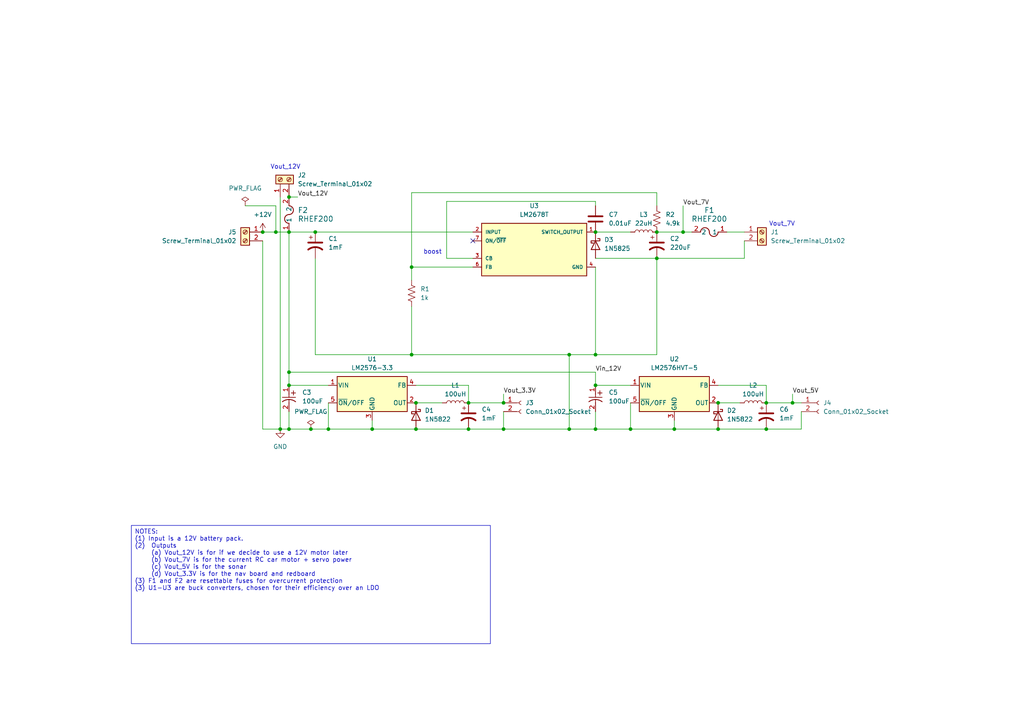
<source format=kicad_sch>
(kicad_sch (version 20231120) (generator "eeschema") (generator_version "8.0")
  (paper "A4")
  (title_block (title "Team 11 PDU") (date "2024-10-24") (rev "0.1"))
  (lib_symbols
    (symbol "2024-10-27_12-41-39:UHE1H221MPD" (pin_names (offset 0.254))
      (property "Reference" "C" (at 3.81 3.81 0))
      (property "Value" "UHE1H221MPD" (at 3.81 -3.81 0))
      (symbol "UHE1H221MPD_1_1"
        (polyline (pts (xy 1.5748 1.27) (xy 2.8448 1.27)) (stroke (width 0.2032)))
        (polyline (pts (xy 2.2098 0.635) (xy 2.2098 1.905)) (stroke (width 0.2032)))
        (polyline (pts (xy 2.54 0) (xy 3.4798 0)) (stroke (width 0.2032)))
        (polyline (pts (xy 3.4798 -1.905) (xy 3.4798 1.905)) (stroke (width 0.2032)))
        (polyline (pts (xy 4.1148 0) (xy 5.08 0)) (stroke (width 0.2032)))
        (arc (start 4.7541 1.9108) (mid 4.1148 0) (end 4.7541 -1.9108) (stroke (width 0.254)))
        (pin unspecified line (at 0 0 0) (length 2.54) (name "") (number "1"))
        (pin unspecified line (at 7.62 0 180) (length 2.54) (name "") (number "2"))
      )
      (symbol "UHE1H221MPD_1_2"
        (polyline (pts (xy -1.905 -3.4798) (xy 1.905 -3.4798)) (stroke (width 0.2032)))
        (polyline (pts (xy 0 -4.1148) (xy 0 -5.08)) (stroke (width 0.2032)))
        (polyline (pts (xy 0 -2.54) (xy 0 -3.4798)) (stroke (width 0.2032)))
        (polyline (pts (xy 0.635 -2.2098) (xy 1.905 -2.2098)) (stroke (width 0.2032)))
        (polyline (pts (xy 1.27 -1.5748) (xy 1.27 -2.8448)) (stroke (width 0.2032)))
        (arc (start 1.9108 -4.7541) (mid 0 -4.1148) (end -1.9108 -4.7541) (stroke (width 0.254)))
        (pin unspecified line (at 0 -7.62 90) (length 2.54) (name "") (number "1"))
        (pin unspecified line (at 0 0 270) (length 2.54) (name "") (number "2"))
      )
    )
    (symbol "Connector:Conn_01x02_Socket" (pin_names (offset 1.016) hide)
      (property "Reference" "J" (at 0 2.54 0))
      (property "Value" "Conn_01x02_Socket" (at 0 -5.08 0))
      (symbol "Conn_01x02_Socket_1_1"
        (arc (start 0 -2.032) (mid -0.5058 -2.54) (end 0 -3.048) (stroke (width 0.1524)))
        (polyline (pts (xy -1.27 -2.54) (xy -0.508 -2.54)) (stroke (width 0.1524)))
        (polyline (pts (xy -1.27 0) (xy -0.508 0)) (stroke (width 0.1524)))
        (arc (start 0 0.508) (mid -0.5058 0) (end 0 -0.508) (stroke (width 0.1524)))
        (pin passive line (at -5.08 0 0) (length 3.81) (name "Pin_1") (number "1"))
        (pin passive line (at -5.08 -2.54 0) (length 3.81) (name "Pin_2") (number "2"))
      )
    )
    (symbol "Connector:Screw_Terminal_01x02" (pin_names (offset 1.016) hide)
      (property "Reference" "J" (at 0 2.54 0))
      (property "Value" "Screw_Terminal_01x02" (at 0 -5.08 0))
      (symbol "Screw_Terminal_01x02_1_1"
        (rectangle (start -1.27 1.27) (end 1.27 -3.81) (stroke (width 0.254)) (fill (type background)))
        (circle (center 0 -2.54) (radius 0.635) (stroke (width 0.1524)))
        (polyline (pts (xy -0.5334 -2.2098) (xy 0.3302 -3.048)) (stroke (width 0.1524)))
        (polyline (pts (xy -0.5334 0.3302) (xy 0.3302 -0.508)) (stroke (width 0.1524)))
        (polyline (pts (xy -0.3556 -2.032) (xy 0.508 -2.8702)) (stroke (width 0.1524)))
        (polyline (pts (xy -0.3556 0.508) (xy 0.508 -0.3302)) (stroke (width 0.1524)))
        (circle (center 0 0) (radius 0.635) (stroke (width 0.1524)))
        (pin passive line (at -5.08 0 0) (length 3.81) (name "Pin_1") (number "1"))
        (pin passive line (at -5.08 -2.54 0) (length 3.81) (name "Pin_2") (number "2"))
      )
    )
    (symbol "Device:C" (pin_numbers hide) (pin_names (offset 0.254))
      (property "Reference" "C" (at 0.635 2.54 0))
      (property "Value" "C" (at 0.635 -2.54 0))
      (symbol "C_0_1"
        (polyline (pts (xy -2.032 -0.762) (xy 2.032 -0.762)) (stroke (width 0.508)))
        (polyline (pts (xy -2.032 0.762) (xy 2.032 0.762)) (stroke (width 0.508)))
      )
      (symbol "C_1_1"
        (pin passive line (at 0 3.81 270) (length 2.794) (name "~") (number "1"))
        (pin passive line (at 0 -3.81 90) (length 2.794) (name "~") (number "2"))
      )
    )
    (symbol "Device:C_Polarized_US" (pin_numbers hide) (pin_names (offset 0.254) hide)
      (property "Reference" "C" (at 0.635 2.54 0))
      (property "Value" "C_Polarized_US" (at 0.635 -2.54 0))
      (symbol "C_Polarized_US_0_1"
        (polyline (pts (xy -2.032 0.762) (xy 2.032 0.762)) (stroke (width 0.508)))
        (polyline (pts (xy -1.778 2.286) (xy -0.762 2.286)))
        (polyline (pts (xy -1.27 1.778) (xy -1.27 2.794)))
        (arc (start 2.032 -1.27) (mid 0 -0.5572) (end -2.032 -1.27) (stroke (width 0.508)))
      )
      (symbol "C_Polarized_US_1_1"
        (pin passive line (at 0 3.81 270) (length 2.794) (name "~") (number "1"))
        (pin passive line (at 0 -3.81 90) (length 3.302) (name "~") (number "2"))
      )
    )
    (symbol "Device:L" (pin_numbers hide) (pin_names (offset 1.016) hide)
      (property "Reference" "L" (at -1.27 0 90))
      (property "Value" "L" (at 1.905 0 90))
      (symbol "L_0_1"
        (arc (start 0 -2.54) (mid 0.6323 -1.905) (end 0 -1.27))
        (arc (start 0 -1.27) (mid 0.6323 -0.635) (end 0 0))
        (arc (start 0 0) (mid 0.6323 0.635) (end 0 1.27))
        (arc (start 0 1.27) (mid 0.6323 1.905) (end 0 2.54))
      )
      (symbol "L_1_1"
        (pin passive line (at 0 3.81 270) (length 1.27) (name "1") (number "1"))
        (pin passive line (at 0 -3.81 90) (length 1.27) (name "2") (number "2"))
      )
    )
    (symbol "Device:R_US" (pin_numbers hide) (pin_names (offset 0))
      (property "Reference" "R" (at 2.54 0 90))
      (property "Value" "R_US" (at -2.54 0 90))
      (symbol "R_US_0_1"
        (polyline (pts (xy 0 -2.286) (xy 0 -2.54)))
        (polyline (pts (xy 0 2.286) (xy 0 2.54)))
        (polyline (pts (xy 0 -0.762) (xy 1.016 -1.143) (xy 0 -1.524) (xy -1.016 -1.905) (xy 0 -2.286)))
        (polyline (pts (xy 0 0.762) (xy 1.016 0.381) (xy 0 0) (xy -1.016 -0.381) (xy 0 -0.762)))
        (polyline (pts (xy 0 2.286) (xy 1.016 1.905) (xy 0 1.524) (xy -1.016 1.143) (xy 0 0.762)))
      )
      (symbol "R_US_1_1"
        (pin passive line (at 0 3.81 270) (length 1.27) (name "~") (number "1"))
        (pin passive line (at 0 -3.81 90) (length 1.27) (name "~") (number "2"))
      )
    )
    (symbol "Diode:1N5822" (pin_numbers hide) (pin_names (offset 1.016) hide)
      (property "Reference" "D" (at 0 2.54 0))
      (property "Value" "1N5822" (at 0 -2.54 0))
      (symbol "1N5822_0_1"
        (polyline (pts (xy 1.27 0) (xy -1.27 0)))
        (polyline (pts (xy 1.27 1.27) (xy 1.27 -1.27) (xy -1.27 0) (xy 1.27 1.27)) (stroke (width 0.254)))
        (polyline (pts (xy -1.905 0.635) (xy -1.905 1.27) (xy -1.27 1.27) (xy -1.27 -1.27) (xy -0.635 -1.27) (xy -0.635 -0.635)) (stroke (width 0.254)))
      )
      (symbol "1N5822_1_1"
        (pin passive line (at -3.81 0 0) (length 2.54) (name "K") (number "1"))
        (pin passive line (at 3.81 0 180) (length 2.54) (name "A") (number "2"))
      )
    )
    (symbol "LM2678b:LM2678T-ADJ_NOPB" (pin_names (offset 1.016))
      (property "Reference" "U" (at -15.3073 7.6536 0))
      (property "Value" "LM2678T-ADJ_NOPB" (at -15.2977 -10.1985 0))
      (symbol "LM2678T-ADJ_NOPB_0_0"
        (rectangle (start -15.24 -7.62) (end 15.24 7.62) (stroke (width 0.254)) (fill (type background)))
        (pin output line (at 17.78 5.08 180) (length 2.54) (name "SWITCH_OUTPUT") (number "1"))
        (pin input line (at -17.78 5.08 0) (length 2.54) (name "INPUT") (number "2"))
        (pin input line (at -17.78 -2.54 0) (length 2.54) (name "CB") (number "3"))
        (pin power_in line (at 17.78 -5.08 180) (length 2.54) (name "GND") (number "4"))
        (pin input line (at -17.78 -5.08 0) (length 2.54) (name "FB") (number "6"))
        (pin input line (at -17.78 2.54 0) (length 2.54) (name "ON/~{OFF}") (number "7"))
      )
    )
    (symbol "RHEFXXX:RHEF100" (pin_names (offset 0.254))
      (property "Reference" "F" (at 5.08 3.175 0))
      (property "Value" "RHEF100" (at 5.08 -3.175 0))
      (symbol "RHEF100_1_1"
        (arc (start 5.08 0) (mid 3.81 1.2645) (end 2.54 0) (stroke (width 0.254)))
        (arc (start 5.08 0) (mid 6.35 -1.2645) (end 7.62 0) (stroke (width 0.254)))
        (pin unspecified line (at 0 0 0) (length 2.54) (name "1") (number "1"))
        (pin unspecified line (at 10.16 0 180) (length 2.54) (name "2") (number "2"))
      )
      (symbol "RHEF100_1_2"
        (arc (start 0 5.08) (mid -1.2645 3.81) (end 0 2.54) (stroke (width 0.254)))
        (arc (start 0 5.08) (mid 1.2645 6.35) (end 0 7.62) (stroke (width 0.254)))
        (pin unspecified line (at 0 0 90) (length 2.54) (name "1") (number "1"))
        (pin unspecified line (at 0 10.16 270) (length 2.54) (name "2") (number "2"))
      )
    )
    (symbol "Regulator_Switching:GL2576-3.3TB5T" (pin_names (offset 0.254))
      (property "Reference" "U" (at -10.16 6.35 0))
      (property "Value" "GL2576-3.3TB5T" (at 0 6.35 0))
      (symbol "GL2576-3.3TB5T_0_1"
        (rectangle (start -10.16 5.08) (end 10.16 -5.08) (stroke (width 0.254)) (fill (type background)))
      )
      (symbol "GL2576-3.3TB5T_1_1"
        (pin power_in line (at -12.7 2.54 0) (length 2.54) (name "VIN") (number "1"))
        (pin output line (at 12.7 -2.54 180) (length 2.54) (name "OUT") (number "2"))
        (pin power_in line (at 0 -7.62 90) (length 2.54) (name "GND") (number "3"))
        (pin input line (at 12.7 2.54 180) (length 2.54) (name "FB") (number "4"))
        (pin input line (at -12.7 -2.54 0) (length 2.54) (name "~{ON}/OFF") (number "5"))
      )
    )
    (symbol "Regulator_Switching:LM2576HVT-5" (pin_names (offset 0.254))
      (property "Reference" "U" (at -10.16 6.35 0))
      (property "Value" "LM2576HVT-5" (at 0 6.35 0))
      (symbol "LM2576HVT-5_0_1"
        (rectangle (start -10.16 5.08) (end 10.16 -5.08) (stroke (width 0.254)) (fill (type background)))
      )
      (symbol "LM2576HVT-5_1_1"
        (pin power_in line (at -12.7 2.54 0) (length 2.54) (name "VIN") (number "1"))
        (pin output line (at 12.7 -2.54 180) (length 2.54) (name "OUT") (number "2"))
        (pin power_in line (at 0 -7.62 90) (length 2.54) (name "GND") (number "3"))
        (pin input line (at 12.7 2.54 180) (length 2.54) (name "FB") (number "4"))
        (pin input line (at -12.7 -2.54 0) (length 2.54) (name "~{ON}/OFF") (number "5"))
      )
    )
    (symbol "power:+12V" (power) (pin_numbers hide) (pin_names (offset 0) hide)
      (property "Value" "+12V" (at 0 3.556 0))
      (symbol "+12V_0_1"
        (polyline (pts (xy -0.762 1.27) (xy 0 2.54)))
        (polyline (pts (xy 0 0) (xy 0 2.54)))
        (polyline (pts (xy 0 2.54) (xy 0.762 1.27)))
      )
      (symbol "+12V_1_1"
        (pin power_in line (at 0 0 90) (length 0) (name "~") (number "1"))
      )
    )
    (symbol "power:GND" (power) (pin_numbers hide) (pin_names (offset 0) hide)
      (property "Value" "GND" (at 0 -3.81 0))
      (symbol "GND_0_1"
        (polyline (pts (xy 0 0) (xy 0 -1.27) (xy 1.27 -1.27) (xy 0 -2.54) (xy -1.27 -1.27) (xy 0 -1.27)))
      )
      (symbol "GND_1_1"
        (pin power_in line (at 0 0 270) (length 0) (name "~") (number "1"))
      )
    )
    (symbol "power:PWR_FLAG" (power) (pin_numbers hide) (pin_names (offset 0) hide)
      (property "Value" "PWR_FLAG" (at 0 3.81 0))
      (symbol "PWR_FLAG_0_0"
        (pin power_out line (at 0 0 90) (length 0) (name "~") (number "1"))
      )
      (symbol "PWR_FLAG_0_1"
        (polyline (pts (xy 0 0) (xy 0 1.27) (xy -1.016 1.905) (xy 0 2.54) (xy 1.016 1.905) (xy 0 1.27)))
      )
    )
  )
  (junction (at 95.25 124.46))
  (junction (at 172.72 124.46))
  (junction (at 119.38 77.47))
  (junction (at 91.44 67.31))
  (junction (at 165.1 102.87))
  (junction (at 182.88 124.46))
  (junction (at 190.5 67.31))
  (junction (at 208.28 124.46))
  (junction (at 172.72 102.87))
  (junction (at 80.01 67.31))
  (junction (at 195.58 124.46))
  (junction (at 135.89 124.46))
  (junction (at 83.82 111.76))
  (junction (at 146.05 124.46))
  (junction (at 120.65 116.84))
  (junction (at 83.82 57.15))
  (junction (at 146.05 116.84))
  (junction (at 198.12 67.31))
  (junction (at 222.25 124.46))
  (junction (at 90.17 124.46))
  (junction (at 208.28 116.84))
  (junction (at 222.25 116.84))
  (junction (at 76.2 67.31))
  (junction (at 165.1 124.46))
  (junction (at 190.5 74.93))
  (junction (at 107.95 124.46))
  (junction (at 120.65 124.46))
  (junction (at 135.89 116.84))
  (junction (at 172.72 111.76))
  (junction (at 229.87 116.84))
  (junction (at 119.38 102.87))
  (junction (at 81.28 124.46))
  (junction (at 83.82 124.46))
  (junction (at 83.82 107.95))
  (junction (at 172.72 67.31))
  (junction (at 83.82 67.31))
  (no_connect (at 137.16 69.85))
  (wire (pts (xy 91.44 102.87) (xy 119.38 102.87)))
  (wire (pts (xy 232.41 119.38) (xy 232.41 124.46)))
  (wire (pts (xy 83.82 111.76) (xy 95.25 111.76)))
  (wire (pts (xy 129.54 74.93) (xy 137.16 74.93)))
  (wire (pts (xy 229.87 116.84) (xy 232.41 116.84)))
  (wire (pts (xy 146.05 116.84) (xy 135.89 116.84)))
  (wire (pts (xy 198.12 59.69) (xy 198.12 67.31)))
  (wire (pts (xy 80.01 59.69) (xy 80.01 67.31)))
  (wire (pts (xy 182.88 116.84) (xy 182.88 124.46)))
  (wire (pts (xy 83.82 124.46) (xy 90.17 124.46)))
  (wire (pts (xy 190.5 74.93) (xy 190.5 102.87)))
  (wire (pts (xy 172.72 58.42) (xy 172.72 59.69)))
  (wire (pts (xy 135.89 116.84) (xy 135.89 111.76)))
  (wire (pts (xy 190.5 67.31) (xy 198.12 67.31)))
  (wire (pts (xy 172.72 111.76) (xy 172.72 107.95)))
  (wire (pts (xy 198.12 67.31) (xy 200.66 67.31)))
  (wire (pts (xy 83.82 67.31) (xy 91.44 67.31)))
  (wire (pts (xy 190.5 55.88) (xy 119.38 55.88)))
  (wire (pts (xy 229.87 116.84) (xy 222.25 116.84)))
  (wire (pts (xy 76.2 124.46) (xy 81.28 124.46)))
  (wire (pts (xy 80.01 67.31) (xy 83.82 67.31)))
  (wire (pts (xy 190.5 74.93) (xy 215.9 74.93)))
  (wire (pts (xy 119.38 102.87) (xy 165.1 102.87)))
  (wire (pts (xy 95.25 116.84) (xy 95.25 124.46)))
  (wire (pts (xy 81.28 124.46) (xy 83.82 124.46)))
  (wire (pts (xy 91.44 67.31) (xy 137.16 67.31)))
  (wire (pts (xy 165.1 102.87) (xy 172.72 102.87)))
  (wire (pts (xy 172.72 74.93) (xy 190.5 74.93)))
  (wire (pts (xy 146.05 119.38) (xy 146.05 124.46)))
  (wire (pts (xy 195.58 124.46) (xy 208.28 124.46)))
  (wire (pts (xy 76.2 67.31) (xy 80.01 67.31)))
  (wire (pts (xy 229.87 114.3) (xy 229.87 116.84)))
  (wire (pts (xy 128.27 116.84) (xy 120.65 116.84)))
  (wire (pts (xy 208.28 116.84) (xy 214.63 116.84)))
  (wire (pts (xy 172.72 124.46) (xy 182.88 124.46)))
  (wire (pts (xy 208.28 124.46) (xy 222.25 124.46)))
  (wire (pts (xy 76.2 69.85) (xy 76.2 124.46)))
  (wire (pts (xy 172.72 107.95) (xy 83.82 107.95)))
  (wire (pts (xy 172.72 77.47) (xy 172.72 102.87)))
  (wire (pts (xy 146.05 124.46) (xy 165.1 124.46)))
  (wire (pts (xy 86.36 57.15) (xy 83.82 57.15)))
  (wire (pts (xy 172.72 119.38) (xy 172.72 124.46)))
  (wire (pts (xy 83.82 67.31) (xy 83.82 107.95)))
  (wire (pts (xy 208.28 111.76) (xy 222.25 111.76)))
  (wire (pts (xy 172.72 67.31) (xy 182.88 67.31)))
  (wire (pts (xy 95.25 124.46) (xy 107.95 124.46)))
  (wire (pts (xy 83.82 107.95) (xy 83.82 111.76)))
  (wire (pts (xy 190.5 59.69) (xy 190.5 55.88)))
  (wire (pts (xy 119.38 88.9) (xy 119.38 102.87)))
  (wire (pts (xy 146.05 114.3) (xy 146.05 116.84)))
  (wire (pts (xy 107.95 121.92) (xy 107.95 124.46)))
  (wire (pts (xy 120.65 124.46) (xy 135.89 124.46)))
  (wire (pts (xy 165.1 102.87) (xy 165.1 124.46)))
  (wire (pts (xy 83.82 119.38) (xy 83.82 124.46)))
  (wire (pts (xy 182.88 124.46) (xy 195.58 124.46)))
  (wire (pts (xy 129.54 58.42) (xy 172.72 58.42)))
  (wire (pts (xy 119.38 77.47) (xy 137.16 77.47)))
  (wire (pts (xy 215.9 69.85) (xy 215.9 74.93)))
  (wire (pts (xy 222.25 124.46) (xy 232.41 124.46)))
  (wire (pts (xy 165.1 124.46) (xy 172.72 124.46)))
  (wire (pts (xy 172.72 111.76) (xy 182.88 111.76)))
  (wire (pts (xy 90.17 124.46) (xy 95.25 124.46)))
  (wire (pts (xy 107.95 124.46) (xy 120.65 124.46)))
  (wire (pts (xy 172.72 102.87) (xy 190.5 102.87)))
  (wire (pts (xy 135.89 111.76) (xy 120.65 111.76)))
  (wire (pts (xy 81.28 57.15) (xy 81.28 124.46)))
  (wire (pts (xy 71.12 59.69) (xy 80.01 59.69)))
  (wire (pts (xy 91.44 74.93) (xy 91.44 102.87)))
  (wire (pts (xy 135.89 124.46) (xy 146.05 124.46)))
  (wire (pts (xy 215.9 67.31) (xy 210.82 67.31)))
  (wire (pts (xy 222.25 111.76) (xy 222.25 116.84)))
  (wire (pts (xy 195.58 124.46) (xy 195.58 121.92)))
  (wire (pts (xy 129.54 74.93) (xy 129.54 58.42)))
  (wire (pts (xy 119.38 77.47) (xy 119.38 81.28)))
  (wire (pts (xy 119.38 55.88) (xy 119.38 77.47)))
  (text_box "NOTES:\n(1) Input is a 12V battery pack.\n(2)	Outputs\n	(a) Vout_12V is for if we decide to use a 12V motor later\n	(b) Vout_7V is for the current RC car motor + servo power\n	(c) Vout_5V is for the sonar\n	(d) Vout_3.3V is for the nav board and redboard\n(3) F1 and F2 are resettable fuses for overcurrent protection\n(3) U1-U3 are buck converters, chosen for their efficiency over an LDO" (at 38.1 152.4 0) (size 104.14 34.29) (effects (font (size 1.27 1.27)) (justify left top)))
  (text "Vout_12V" (at 82.804 48.514 0) (effects (font (size 1.27 1.27))))
  (text "boost" (at 125.476 73.152 0) (effects (font (size 1.27 1.27))))
  (text "Vout_7V" (at 226.822 65.024 0) (effects (font (size 1.27 1.27))))
  (label "Vout_7V" (at 198.12 59.69 0))
  (label "Vout_3.3V" (at 146.05 114.3 0))
  (label "Vin_12V" (at 172.72 107.95 0))
  (label "Vout_12V" (at 86.36 57.15 0))
  (label "Vout_5V" (at 229.87 114.3 0))
  (symbol (lib_id "Connector:Screw_Terminal_01x02") (at 81.28 52.07 90) (unit 1)
    (property "Reference" "J2" (at 86.36 50.7999 90) (effects (justify right)))
    (property "Value" "Screw_Terminal_01x02" (at 86.36 53.3399 90) (effects (justify right)))
    (property "Footprint" "_footprints:CUI_TB002-500-02BE" (effects (hide yes)))
    (property "Description" "Generic screw terminal, single row, 01x02, script generated (kicad-library-utils/schlib/autogen/connector/)" (effects (hide yes)))
  )
  (symbol (lib_id "Device:L") (at 186.69 67.31 90) (unit 1)
    (property "Reference" "L3" (at 186.69 62.23 90))
    (property "Value" "22uH" (at 186.69 64.77 90))
    (property "Footprint" "_footprints:1422311C_MUR" (effects (hide yes)))
    (property "Description" "Inductor" (effects (hide yes)))
  )
  (symbol (lib_id "Diode:1N5822") (at 208.28 120.65 270) (unit 1)
    (property "Reference" "D2" (at 210.82 119.0624 90) (effects (justify left)))
    (property "Value" "1N5822" (at 210.82 121.6024 90) (effects (justify left)))
    (property "Footprint" "Diode_THT:D_DO-201AD_P12.70mm_Horizontal" (effects (hide yes)))
    (property "Datasheet" "http://www.vishay.com/docs/88526/1n5820.pdf" (effects (hide yes)))
    (property "Description" "40V 3A Schottky Barrier Rectifier Diode, DO-201AD" (effects (hide yes)))
  )
  (symbol (lib_id "Device:L") (at 132.08 116.84 90) (unit 1)
    (property "Reference" "L1" (at 132.08 111.76 90))
    (property "Value" "100uH" (at 132.08 114.3 90))
    (property "Footprint" "_footprints:1410454C_MUR" (effects (hide yes)))
    (property "Description" "Inductor" (effects (hide yes)))
  )
  (symbol (lib_id "Connector:Conn_01x02_Socket") (at 237.49 116.84 0) (unit 1)
    (property "Reference" "J4" (at 238.76 116.8399 0) (effects (justify left)))
    (property "Value" "Conn_01x02_Socket" (at 238.76 119.3799 0) (effects (justify left)))
    (property "Footprint" "_footprints:CONN_PPPC021_SUL" (effects (hide yes)))
    (property "Description" "Generic connector, single row, 01x02, script generated" (effects (hide yes)))
  )
  (symbol (lib_id "2024-10-27_12-41-39:UHE1H221MPD") (at 172.72 111.76 270) (unit 1)
    (property "Reference" "C5" (at 176.53 113.8173 90) (effects (justify left)))
    (property "Value" "100uF" (at 176.53 116.3573 90) (effects (justify left)))
    (property "Footprint" "PCAP_10x16-THRU-ELECT_NCA" (effects (hide yes)))
    (property "Datasheet" "UHE1H221MPD" (effects (hide yes)))
    (property "Description" "Polarized capacitor, US symbol" (effects (hide yes)))
  )
  (symbol (lib_id "Connector:Conn_01x02_Socket") (at 151.13 116.84 0) (unit 1)
    (property "Reference" "J3" (at 152.4 116.8399 0) (effects (justify left)))
    (property "Value" "Conn_01x02_Socket" (at 152.4 119.3799 0) (effects (justify left)))
    (property "Footprint" "_footprints:CONN_PPPC021_SUL" (effects (hide yes)))
    (property "Description" "Generic connector, single row, 01x02, script generated" (effects (hide yes)))
  )
  (symbol (lib_id "Diode:1N5822") (at 172.72 71.12 270) (unit 1)
    (property "Reference" "D3" (at 175.26 69.5324 90) (effects (justify left)))
    (property "Value" "1N5825" (at 175.26 72.0724 90) (effects (justify left)))
    (property "Footprint" "Diode_THT:D_DO-201AD_P12.70mm_Horizontal" (effects (hide yes)))
    (property "Datasheet" "http://www.vishay.com/docs/88526/1n5820.pdf" (effects (hide yes)))
    (property "Description" "40V 3A Schottky Barrier Rectifier Diode, DO-201AD" (effects (hide yes)))
  )
  (symbol (lib_id "Connector:Screw_Terminal_01x02") (at 71.12 67.31 0) (mirror y) (unit 1)
    (property "Reference" "J5" (at 68.58 67.3099 0) (effects (justify left)))
    (property "Value" "Screw_Terminal_01x02" (at 68.58 69.8499 0) (effects (justify left)))
    (property "Footprint" "_footprints:CUI_TB002-500-02BE" (effects (hide yes)))
    (property "Description" "Generic screw terminal, single row, 01x02, script generated (kicad-library-utils/schlib/autogen/connector/)" (effects (hide yes)))
  )
  (symbol (lib_id "Regulator_Switching:LM2576HVT-5") (at 195.58 114.3 0) (unit 1)
    (property "Reference" "U2" (at 195.58 104.14 0))
    (property "Value" "LM2576HVT-5" (at 195.58 106.68 0))
    (property "Footprint" "_footprints:T05A_TEX" (effects (hide yes)))
    (property "Datasheet" "http://www.ti.com/lit/ds/symlink/lm2576.pdf" (effects (hide yes)))
    (property "Description" "5V, 3A SIMPLE SWITCHER® Step-Down Voltage Regulator, High Voltage Input, TO-220-5" (effects (hide yes)))
  )
  (symbol (lib_id "RHEFXXX:RHEF100") (at 83.82 67.31 90) (unit 1)
    (property "Reference" "F2" (at 86.36 60.9599 90) (effects (font (size 1.524 1.524)) (justify right)))
    (property "Value" "RHEF200" (at 86.36 63.4999 90) (effects (font (size 1.524 1.524)) (justify right)))
    (property "Footprint" "_footprints:FUS_RHEF100_TYCO_TYC" (effects (hide yes)))
    (property "Datasheet" "RHEF100" (effects (hide yes)))
  )
  (symbol (lib_id "Connector:Screw_Terminal_01x02") (at 220.98 67.31 0) (unit 1)
    (property "Reference" "J1" (at 223.52 67.3099 0) (effects (justify left)))
    (property "Value" "Screw_Terminal_01x02" (at 223.52 69.8499 0) (effects (justify left)))
    (property "Footprint" "_footprints:CUI_TB002-500-02BE" (effects (hide yes)))
    (property "Description" "Generic screw terminal, single row, 01x02, script generated (kicad-library-utils/schlib/autogen/connector/)" (effects (hide yes)))
  )
  (symbol (lib_id "power:GND") (at 81.28 124.46 0) (unit 1)
    (property "Reference" "#PWR02" (effects (hide yes)))
    (property "Value" "GND" (at 81.28 129.54 0))
    (property "Description" "Power symbol creates a global label with name \"GND\" , ground" (effects (hide yes)))
  )
  (symbol (lib_id "power:+12V") (at 76.2 67.31 0) (unit 1)
    (property "Reference" "#PWR01" (effects (hide yes)))
    (property "Value" "+12V" (at 76.2 62.23 0))
    (property "Description" "Power symbol creates a global label with name \"+12V\"" (effects (hide yes)))
  )
  (symbol (lib_id "Device:C_Polarized_US") (at 222.25 120.65 0) (unit 1)
    (property "Reference" "C6" (at 226.06 118.7449 0) (effects (justify left)))
    (property "Value" "1mF" (at 226.06 121.2849 0) (effects (justify left)))
    (property "Footprint" "_footprints:CAP_12.5 X 25_NCH" (effects (hide yes)))
    (property "Description" "Polarized capacitor, US symbol" (effects (hide yes)))
  )
  (symbol (lib_id "Device:L") (at 218.44 116.84 90) (unit 1)
    (property "Reference" "L2" (at 218.44 111.76 90))
    (property "Value" "100uH" (at 218.44 114.3 90))
    (property "Footprint" "_footprints:1410454C_MUR" (effects (hide yes)))
    (property "Description" "Inductor" (effects (hide yes)))
  )
  (symbol (lib_id "Diode:1N5822") (at 120.65 120.65 270) (unit 1)
    (property "Reference" "D1" (at 123.19 119.0624 90) (effects (justify left)))
    (property "Value" "1N5822" (at 123.19 121.6024 90) (effects (justify left)))
    (property "Footprint" "Diode_THT:D_DO-201AD_P12.70mm_Horizontal" (effects (hide yes)))
    (property "Datasheet" "http://www.vishay.com/docs/88526/1n5820.pdf" (effects (hide yes)))
    (property "Description" "40V 3A Schottky Barrier Rectifier Diode, DO-201AD" (effects (hide yes)))
  )
  (symbol (lib_id "Device:C_Polarized_US") (at 91.44 71.12 0) (unit 1)
    (property "Reference" "C1" (at 95.25 69.2149 0) (effects (justify left)))
    (property "Value" "1mF" (at 95.25 71.7549 0) (effects (justify left)))
    (property "Footprint" "_footprints:CAP_12.5 X 25_NCH" (effects (hide yes)))
    (property "Description" "Polarized capacitor, US symbol" (effects (hide yes)))
  )
  (symbol (lib_id "Device:R_US") (at 190.5 63.5 0) (unit 1)
    (property "Reference" "R2" (at 193.04 62.2299 0) (effects (justify left)))
    (property "Value" "4.9k" (at 193.04 64.7699 0) (effects (justify left)))
    (property "Footprint" "_footprints:STA_RNF14_STP" (effects (hide yes)))
    (property "Description" "Resistor, US symbol" (effects (hide yes)))
  )
  (symbol (lib_id "Regulator_Switching:GL2576-3.3TB5T") (at 107.95 114.3 0) (unit 1)
    (property "Reference" "U1" (at 107.95 104.14 0))
    (property "Value" "LM2576-3.3" (at 107.95 106.68 0))
    (property "Footprint" "_footprints:T05A_TEX" (effects (hide yes)))
    (property "Datasheet" "http://www.dianyuan.com/bbs/u/54/437861181916300.pdf" (effects (hide yes)))
    (property "Description" "3.3V 3A, 52KHz Step Down Converter, TO220-5" (effects (hide yes)))
  )
  (symbol (lib_id "power:PWR_FLAG") (at 71.12 59.69 0) (unit 1)
    (property "Reference" "#FLG02" (effects (hide yes)))
    (property "Value" "PWR_FLAG" (at 71.12 54.61 0))
    (property "Description" "Special symbol for telling ERC where power comes from" (effects (hide yes)))
  )
  (symbol (lib_id "Device:C") (at 172.72 63.5 0) (unit 1)
    (property "Reference" "C7" (at 176.53 62.2299 0) (effects (justify left)))
    (property "Value" "0.01uF" (at 176.53 64.7699 0) (effects (justify left)))
    (property "Footprint" "_footprints:PHE-BD_KEM" (effects (hide yes)))
    (property "Description" "Unpolarized capacitor" (effects (hide yes)))
  )
  (symbol (lib_id "Device:R_US") (at 119.38 85.09 180) (unit 1)
    (property "Reference" "R1" (at 121.92 83.8199 0) (effects (justify right)))
    (property "Value" "1k" (at 121.92 86.3599 0) (effects (justify right)))
    (property "Footprint" "_footprints:STA_RNF14_STP" (effects (hide yes)))
    (property "Description" "Resistor, US symbol" (effects (hide yes)))
  )
  (symbol (lib_id "Device:C_Polarized_US") (at 190.5 71.12 0) (unit 1)
    (property "Reference" "C2" (at 194.31 69.2149 0) (effects (justify left)))
    (property "Value" "220uF" (at 194.31 71.7549 0) (effects (justify left)))
    (property "Footprint" "_footprints:PCAP_10x16-THRU-ELECT_NCA" (effects (hide yes)))
    (property "Description" "Polarized capacitor, US symbol" (effects (hide yes)))
  )
  (symbol (lib_id "2024-10-27_12-41-39:UHE1H221MPD") (at 83.82 111.76 270) (unit 1)
    (property "Reference" "C3" (at 87.63 113.8173 90) (effects (justify left)))
    (property "Value" "100uF" (at 87.63 116.3573 90) (effects (justify left)))
    (property "Footprint" "PCAP_10x16-THRU-ELECT_NCA" (effects (hide yes)))
    (property "Datasheet" "UHE1H221MPD" (effects (hide yes)))
    (property "Description" "Polarized capacitor, US symbol" (effects (hide yes)))
  )
  (symbol (lib_id "RHEFXXX:RHEF100") (at 210.82 67.31 180) (unit 1)
    (property "Reference" "F1" (at 205.74 60.96 0) (effects (font (size 1.524 1.524))))
    (property "Value" "RHEF200" (at 205.74 63.5 0) (effects (font (size 1.524 1.524))))
    (property "Footprint" "_footprints:FUS_RHEF100_TYCO_TYC" (effects (hide yes)))
    (property "Datasheet" "RHEF100" (effects (hide yes)))
  )
  (symbol (lib_id "Device:C_Polarized_US") (at 135.89 120.65 0) (unit 1)
    (property "Reference" "C4" (at 139.7 118.7449 0) (effects (justify left)))
    (property "Value" "1mF" (at 139.7 121.2849 0) (effects (justify left)))
    (property "Footprint" "_footprints:CAP_12.5 X 25_NCH" (effects (hide yes)))
    (property "Description" "Polarized capacitor, US symbol" (effects (hide yes)))
  )
  (symbol (lib_id "power:PWR_FLAG") (at 90.17 124.46 0) (unit 1)
    (property "Reference" "#FLG01" (effects (hide yes)))
    (property "Value" "PWR_FLAG" (at 90.17 119.38 0))
    (property "Description" "Special symbol for telling ERC where power comes from" (effects (hide yes)))
  )
  (symbol (lib_id "LM2678b:LM2678T-ADJ_NOPB") (at 154.94 72.39 0) (unit 1)
    (property "Reference" "U3" (at 154.94 59.69 0))
    (property "Value" "LM2678T" (at 154.94 62.23 0))
    (property "Footprint" "_footprints:TO127P1041X469X2199-7N" (effects (hide yes)))
    (property "MANUFACTURER" "TEXAS INSTRUMENTS" (effects (hide yes)))
  )
)
</source>
